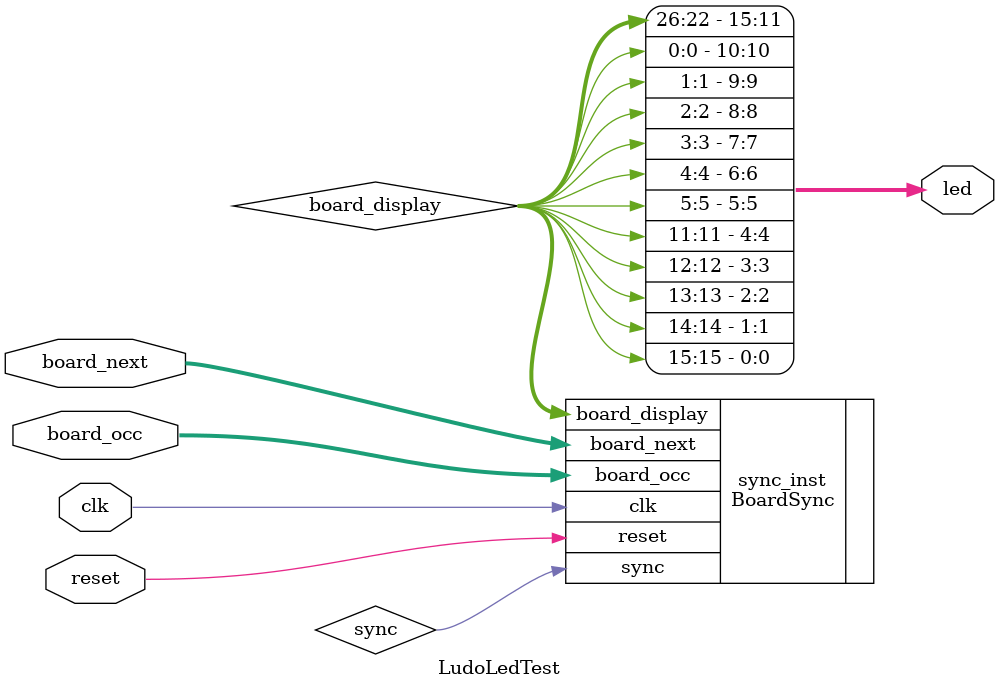
<source format=v>
`timescale 1ns/1ps
module LudoLedTest(
    input  wire       clk,
    input  wire       reset,
 
    // From Ludo game
    input  wire [26:0] board_next,
    // From IR-sensor module (you already have it)
    input  wire [26:0] board_occ,
 
    // 16-bit LED output (connect to FPGA pins)
    output wire [15:0] led
);
 
    // -------------------------------------------------
    // 1. Synchronisation
    // -------------------------------------------------
    wire sync;
    wire [26:0] board_display;
 
    BoardSync sync_inst (
        .clk          (clk),
        .reset        (reset),
        .board_next   (board_next),
        .board_occ    (board_occ),
        .sync         (sync),
        .board_display(board_display)
    );
 
    
 
    assign led = {
        board_display[26], board_display[25],
        board_display[24], board_display[23],
        board_display[22],
        board_display[0],  board_display[1],
        board_display[2],  board_display[3],
        board_display[4],  board_display[5],
        board_display[11], board_display[12],
        board_display[13], board_display[14],
        board_display[15]
    };
 
    // -------------------------------------------------
    // 3. Optional visual cue when sync is lost
    // -------------------------------------------------
    // Blink the MSB LED (LED[15]) fast when not synced.
    // This is completely optional - delete if you don't want it.
//    reg [23:0] blink_cnt;
//    reg        blink_led;
 
//    always @(posedge clk) begin
//        if (reset) begin
//            blink_cnt <= 0;
//            blink_led <= 0;
//        end else begin
//            blink_cnt <= blink_cnt + 1'b1;
//            if (blink_cnt == 0) blink_led <= ~blink_led;
//        end
//    end
 
//    // Override LED[15] only when sync==0
//    assign led[15] = sync ? board_display[26] : blink_led;
 
endmodule
</source>
